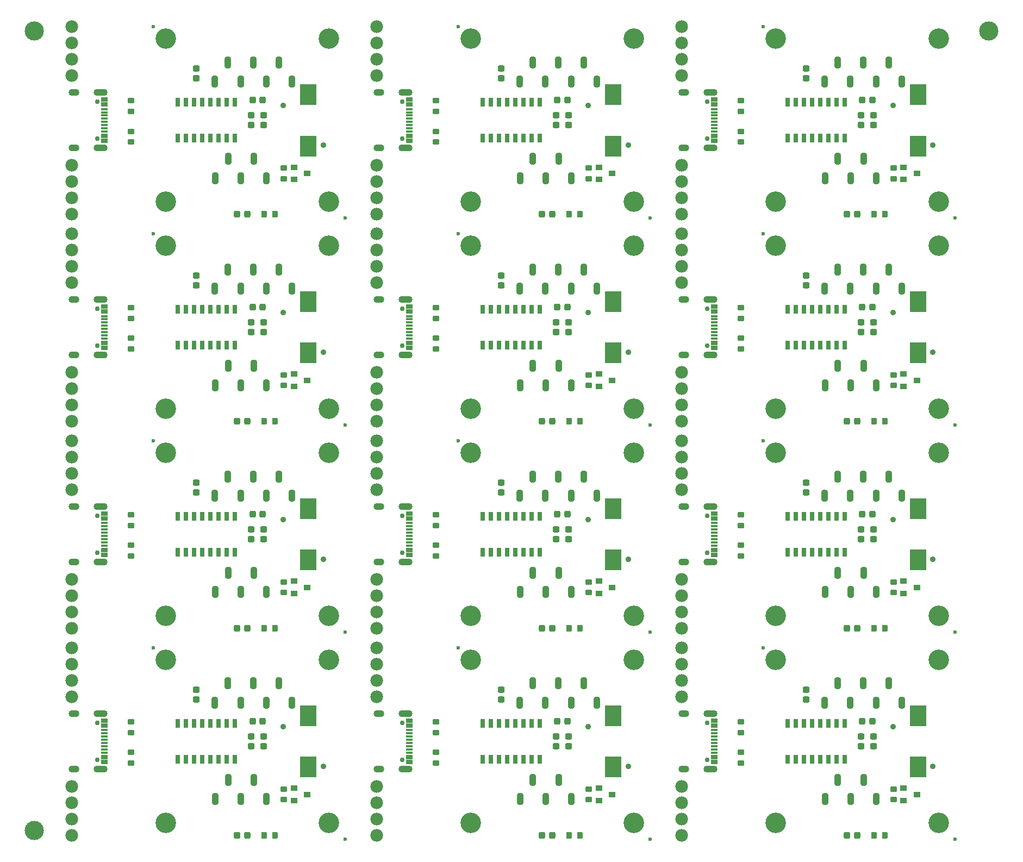
<source format=gts>
%TF.GenerationSoftware,KiCad,Pcbnew,8.0.7*%
%TF.CreationDate,2025-01-21T14:59:33-07:00*%
%TF.ProjectId,SparkFun_USB_RFID_Reader_panelized,53706172-6b46-4756-9e5f-5553425f5246,rev?*%
%TF.SameCoordinates,Original*%
%TF.FileFunction,Soldermask,Top*%
%TF.FilePolarity,Negative*%
%FSLAX46Y46*%
G04 Gerber Fmt 4.6, Leading zero omitted, Abs format (unit mm)*
G04 Created by KiCad (PCBNEW 8.0.7) date 2025-01-21 14:59:33*
%MOMM*%
%LPD*%
G01*
G04 APERTURE LIST*
G04 Aperture macros list*
%AMRoundRect*
0 Rectangle with rounded corners*
0 $1 Rounding radius*
0 $2 $3 $4 $5 $6 $7 $8 $9 X,Y pos of 4 corners*
0 Add a 4 corners polygon primitive as box body*
4,1,4,$2,$3,$4,$5,$6,$7,$8,$9,$2,$3,0*
0 Add four circle primitives for the rounded corners*
1,1,$1+$1,$2,$3*
1,1,$1+$1,$4,$5*
1,1,$1+$1,$6,$7*
1,1,$1+$1,$8,$9*
0 Add four rect primitives between the rounded corners*
20,1,$1+$1,$2,$3,$4,$5,0*
20,1,$1+$1,$4,$5,$6,$7,0*
20,1,$1+$1,$6,$7,$8,$9,0*
20,1,$1+$1,$8,$9,$2,$3,0*%
G04 Aperture macros list end*
%ADD10C,3.000000*%
%ADD11C,0.750000*%
%ADD12RoundRect,0.050000X0.500000X-0.150000X0.500000X0.150000X-0.500000X0.150000X-0.500000X-0.150000X0*%
%ADD13RoundRect,0.050000X-0.500000X0.150000X-0.500000X-0.150000X0.500000X-0.150000X0.500000X0.150000X0*%
%ADD14RoundRect,0.050000X0.500000X-0.300000X0.500000X0.300000X-0.500000X0.300000X-0.500000X-0.300000X0*%
%ADD15RoundRect,0.050000X-0.500000X0.300000X-0.500000X-0.300000X0.500000X-0.300000X0.500000X0.300000X0*%
%ADD16O,1.700000X1.100000*%
%ADD17O,2.200000X1.100000*%
%ADD18RoundRect,0.250000X0.275000X-0.250000X0.275000X0.250000X-0.275000X0.250000X-0.275000X-0.250000X0*%
%ADD19RoundRect,0.237500X-0.237500X-0.662500X0.237500X-0.662500X0.237500X0.662500X-0.237500X0.662500X0*%
%ADD20RoundRect,0.225000X-0.300000X0.225000X-0.300000X-0.225000X0.300000X-0.225000X0.300000X0.225000X0*%
%ADD21RoundRect,0.050000X0.300000X0.600000X-0.300000X0.600000X-0.300000X-0.600000X0.300000X-0.600000X0*%
%ADD22RoundRect,0.250000X-0.275000X0.250000X-0.275000X-0.250000X0.275000X-0.250000X0.275000X0.250000X0*%
%ADD23RoundRect,0.243750X0.243750X0.281250X-0.243750X0.281250X-0.243750X-0.281250X0.243750X-0.281250X0*%
%ADD24C,3.200000*%
%ADD25RoundRect,0.050000X-0.450000X0.400000X-0.450000X-0.400000X0.450000X-0.400000X0.450000X0.400000X0*%
%ADD26C,0.900000*%
%ADD27RoundRect,0.050000X1.250000X-1.600000X1.250000X1.600000X-1.250000X1.600000X-1.250000X-1.600000X0*%
%ADD28RoundRect,0.225000X0.225000X0.300000X-0.225000X0.300000X-0.225000X-0.300000X0.225000X-0.300000X0*%
%ADD29C,0.600000*%
%ADD30RoundRect,0.250000X0.250000X0.275000X-0.250000X0.275000X-0.250000X-0.275000X0.250000X-0.275000X0*%
%ADD31RoundRect,0.225000X0.300000X-0.225000X0.300000X0.225000X-0.300000X0.225000X-0.300000X-0.225000X0*%
%ADD32C,1.979600*%
G04 APERTURE END LIST*
D10*
%TO.C,*%
X144082500Y126525000D03*
%TD*%
%TO.C,*%
X-4652500Y126525000D03*
%TD*%
%TO.C,*%
X-4652500Y1975000D03*
%TD*%
D11*
%TO.C,J1*%
X100198750Y115515000D03*
X100198750Y109735000D03*
D12*
X101303750Y113875000D03*
X101303750Y112875000D03*
D13*
X101303750Y112375000D03*
X101303750Y111375000D03*
X101303750Y110875000D03*
X101303750Y111875000D03*
D12*
X101303750Y113375000D03*
X101303750Y114375000D03*
D14*
X101303750Y115850000D03*
D15*
X101303750Y109400000D03*
D16*
X96548750Y116943000D03*
D17*
X100728750Y116943000D03*
X100728750Y108307000D03*
D16*
X96548750Y108307000D03*
D14*
X101303750Y115075000D03*
D15*
X101303750Y110175000D03*
%TD*%
D11*
%TO.C,J1*%
X100198750Y83265000D03*
X100198750Y77485000D03*
D12*
X101303750Y81625000D03*
X101303750Y80625000D03*
D13*
X101303750Y80125000D03*
X101303750Y79125000D03*
X101303750Y78625000D03*
X101303750Y79625000D03*
D12*
X101303750Y81125000D03*
X101303750Y82125000D03*
D14*
X101303750Y83600000D03*
D15*
X101303750Y77150000D03*
D16*
X96548750Y84693000D03*
D17*
X100728750Y84693000D03*
X100728750Y76057000D03*
D16*
X96548750Y76057000D03*
D14*
X101303750Y82825000D03*
D15*
X101303750Y77925000D03*
%TD*%
D11*
%TO.C,J1*%
X100198750Y51015000D03*
X100198750Y45235000D03*
D12*
X101303750Y49375000D03*
X101303750Y48375000D03*
D13*
X101303750Y47875000D03*
X101303750Y46875000D03*
X101303750Y46375000D03*
X101303750Y47375000D03*
D12*
X101303750Y48875000D03*
X101303750Y49875000D03*
D14*
X101303750Y51350000D03*
D15*
X101303750Y44900000D03*
D16*
X96548750Y52443000D03*
D17*
X100728750Y52443000D03*
X100728750Y43807000D03*
D16*
X96548750Y43807000D03*
D14*
X101303750Y50575000D03*
D15*
X101303750Y45675000D03*
%TD*%
D11*
%TO.C,J1*%
X100198750Y18765000D03*
X100198750Y12985000D03*
D12*
X101303750Y17125000D03*
X101303750Y16125000D03*
D13*
X101303750Y15625000D03*
X101303750Y14625000D03*
X101303750Y14125000D03*
X101303750Y15125000D03*
D12*
X101303750Y16625000D03*
X101303750Y17625000D03*
D14*
X101303750Y19100000D03*
D15*
X101303750Y12650000D03*
D16*
X96548750Y20193000D03*
D17*
X100728750Y20193000D03*
X100728750Y11557000D03*
D16*
X96548750Y11557000D03*
D14*
X101303750Y18325000D03*
D15*
X101303750Y13425000D03*
%TD*%
D11*
%TO.C,J1*%
X52708750Y115515000D03*
X52708750Y109735000D03*
D12*
X53813750Y113875000D03*
X53813750Y112875000D03*
D13*
X53813750Y112375000D03*
X53813750Y111375000D03*
X53813750Y110875000D03*
X53813750Y111875000D03*
D12*
X53813750Y113375000D03*
X53813750Y114375000D03*
D14*
X53813750Y115850000D03*
D15*
X53813750Y109400000D03*
D16*
X49058750Y116943000D03*
D17*
X53238750Y116943000D03*
X53238750Y108307000D03*
D16*
X49058750Y108307000D03*
D14*
X53813750Y115075000D03*
D15*
X53813750Y110175000D03*
%TD*%
D11*
%TO.C,J1*%
X52708750Y83265000D03*
X52708750Y77485000D03*
D12*
X53813750Y81625000D03*
X53813750Y80625000D03*
D13*
X53813750Y80125000D03*
X53813750Y79125000D03*
X53813750Y78625000D03*
X53813750Y79625000D03*
D12*
X53813750Y81125000D03*
X53813750Y82125000D03*
D14*
X53813750Y83600000D03*
D15*
X53813750Y77150000D03*
D16*
X49058750Y84693000D03*
D17*
X53238750Y84693000D03*
X53238750Y76057000D03*
D16*
X49058750Y76057000D03*
D14*
X53813750Y82825000D03*
D15*
X53813750Y77925000D03*
%TD*%
D11*
%TO.C,J1*%
X52708750Y51015000D03*
X52708750Y45235000D03*
D12*
X53813750Y49375000D03*
X53813750Y48375000D03*
D13*
X53813750Y47875000D03*
X53813750Y46875000D03*
X53813750Y46375000D03*
X53813750Y47375000D03*
D12*
X53813750Y48875000D03*
X53813750Y49875000D03*
D14*
X53813750Y51350000D03*
D15*
X53813750Y44900000D03*
D16*
X49058750Y52443000D03*
D17*
X53238750Y52443000D03*
X53238750Y43807000D03*
D16*
X49058750Y43807000D03*
D14*
X53813750Y50575000D03*
D15*
X53813750Y45675000D03*
%TD*%
D11*
%TO.C,J1*%
X52708750Y18765000D03*
X52708750Y12985000D03*
D12*
X53813750Y17125000D03*
X53813750Y16125000D03*
D13*
X53813750Y15625000D03*
X53813750Y14625000D03*
X53813750Y14125000D03*
X53813750Y15125000D03*
D12*
X53813750Y16625000D03*
X53813750Y17625000D03*
D14*
X53813750Y19100000D03*
D15*
X53813750Y12650000D03*
D16*
X49058750Y20193000D03*
D17*
X53238750Y20193000D03*
X53238750Y11557000D03*
D16*
X49058750Y11557000D03*
D14*
X53813750Y18325000D03*
D15*
X53813750Y13425000D03*
%TD*%
D11*
%TO.C,J1*%
X5218750Y115515000D03*
X5218750Y109735000D03*
D12*
X6323750Y113875000D03*
X6323750Y112875000D03*
D13*
X6323750Y112375000D03*
X6323750Y111375000D03*
X6323750Y110875000D03*
X6323750Y111875000D03*
D12*
X6323750Y113375000D03*
X6323750Y114375000D03*
D14*
X6323750Y115850000D03*
D15*
X6323750Y109400000D03*
D16*
X1568750Y116943000D03*
D17*
X5748750Y116943000D03*
X5748750Y108307000D03*
D16*
X1568750Y108307000D03*
D14*
X6323750Y115075000D03*
D15*
X6323750Y110175000D03*
%TD*%
D11*
%TO.C,J1*%
X5218750Y83265000D03*
X5218750Y77485000D03*
D12*
X6323750Y81625000D03*
X6323750Y80625000D03*
D13*
X6323750Y80125000D03*
X6323750Y79125000D03*
X6323750Y78625000D03*
X6323750Y79625000D03*
D12*
X6323750Y81125000D03*
X6323750Y82125000D03*
D14*
X6323750Y83600000D03*
D15*
X6323750Y77150000D03*
D16*
X1568750Y84693000D03*
D17*
X5748750Y84693000D03*
X5748750Y76057000D03*
D16*
X1568750Y76057000D03*
D14*
X6323750Y82825000D03*
D15*
X6323750Y77925000D03*
%TD*%
D11*
%TO.C,J1*%
X5218750Y51015000D03*
X5218750Y45235000D03*
D12*
X6323750Y49375000D03*
X6323750Y48375000D03*
D13*
X6323750Y47875000D03*
X6323750Y46875000D03*
X6323750Y46375000D03*
X6323750Y47375000D03*
D12*
X6323750Y48875000D03*
X6323750Y49875000D03*
D14*
X6323750Y51350000D03*
D15*
X6323750Y44900000D03*
D16*
X1568750Y52443000D03*
D17*
X5748750Y52443000D03*
X5748750Y43807000D03*
D16*
X1568750Y43807000D03*
D14*
X6323750Y50575000D03*
D15*
X6323750Y45675000D03*
%TD*%
D18*
%TO.C,C1*%
X115617500Y119152500D03*
X115617500Y120702500D03*
%TD*%
%TO.C,C1*%
X115617500Y86902500D03*
X115617500Y88452500D03*
%TD*%
%TO.C,C1*%
X115617500Y54652500D03*
X115617500Y56202500D03*
%TD*%
%TO.C,C1*%
X115617500Y22402500D03*
X115617500Y23952500D03*
%TD*%
%TO.C,C1*%
X68127500Y119152500D03*
X68127500Y120702500D03*
%TD*%
%TO.C,C1*%
X68127500Y86902500D03*
X68127500Y88452500D03*
%TD*%
%TO.C,C1*%
X68127500Y54652500D03*
X68127500Y56202500D03*
%TD*%
%TO.C,C1*%
X68127500Y22402500D03*
X68127500Y23952500D03*
%TD*%
%TO.C,C1*%
X20637500Y119152500D03*
X20637500Y120702500D03*
%TD*%
%TO.C,C1*%
X20637500Y86902500D03*
X20637500Y88452500D03*
%TD*%
%TO.C,C1*%
X20637500Y54652500D03*
X20637500Y56202500D03*
%TD*%
D19*
%TO.C,J3*%
X126558320Y103622460D03*
X124558320Y106622460D03*
X122558320Y103622460D03*
X120558320Y106622460D03*
X118558320Y103622460D03*
%TD*%
%TO.C,J3*%
X126558320Y71372460D03*
X124558320Y74372460D03*
X122558320Y71372460D03*
X120558320Y74372460D03*
X118558320Y71372460D03*
%TD*%
%TO.C,J3*%
X126558320Y39122460D03*
X124558320Y42122460D03*
X122558320Y39122460D03*
X120558320Y42122460D03*
X118558320Y39122460D03*
%TD*%
%TO.C,J3*%
X126558320Y6872460D03*
X124558320Y9872460D03*
X122558320Y6872460D03*
X120558320Y9872460D03*
X118558320Y6872460D03*
%TD*%
%TO.C,J3*%
X79068320Y103622460D03*
X77068320Y106622460D03*
X75068320Y103622460D03*
X73068320Y106622460D03*
X71068320Y103622460D03*
%TD*%
%TO.C,J3*%
X79068320Y71372460D03*
X77068320Y74372460D03*
X75068320Y71372460D03*
X73068320Y74372460D03*
X71068320Y71372460D03*
%TD*%
%TO.C,J3*%
X79068320Y39122460D03*
X77068320Y42122460D03*
X75068320Y39122460D03*
X73068320Y42122460D03*
X71068320Y39122460D03*
%TD*%
%TO.C,J3*%
X79068320Y6872460D03*
X77068320Y9872460D03*
X75068320Y6872460D03*
X73068320Y9872460D03*
X71068320Y6872460D03*
%TD*%
%TO.C,J3*%
X31578320Y103622460D03*
X29578320Y106622460D03*
X27578320Y103622460D03*
X25578320Y106622460D03*
X23578320Y103622460D03*
%TD*%
%TO.C,J3*%
X31578320Y71372460D03*
X29578320Y74372460D03*
X27578320Y71372460D03*
X25578320Y74372460D03*
X23578320Y71372460D03*
%TD*%
%TO.C,J3*%
X31578320Y39122460D03*
X29578320Y42122460D03*
X27578320Y39122460D03*
X25578320Y42122460D03*
X23578320Y39122460D03*
%TD*%
D20*
%TO.C,R1*%
X105457500Y115672500D03*
X105457500Y114022500D03*
%TD*%
%TO.C,R1*%
X105457500Y83422500D03*
X105457500Y81772500D03*
%TD*%
%TO.C,R1*%
X105457500Y51172500D03*
X105457500Y49522500D03*
%TD*%
%TO.C,R1*%
X105457500Y18922500D03*
X105457500Y17272500D03*
%TD*%
%TO.C,R1*%
X57967500Y115672500D03*
X57967500Y114022500D03*
%TD*%
%TO.C,R1*%
X57967500Y83422500D03*
X57967500Y81772500D03*
%TD*%
%TO.C,R1*%
X57967500Y51172500D03*
X57967500Y49522500D03*
%TD*%
%TO.C,R1*%
X57967500Y18922500D03*
X57967500Y17272500D03*
%TD*%
%TO.C,R1*%
X10477500Y115672500D03*
X10477500Y114022500D03*
%TD*%
%TO.C,R1*%
X10477500Y83422500D03*
X10477500Y81772500D03*
%TD*%
%TO.C,R1*%
X10477500Y51172500D03*
X10477500Y49522500D03*
%TD*%
D21*
%TO.C,U3*%
X121650000Y115425000D03*
X120380000Y115425000D03*
X119110000Y115425000D03*
X117840000Y115425000D03*
X116570000Y115425000D03*
X115300000Y115425000D03*
X114030000Y115425000D03*
X112760000Y115425000D03*
X112760000Y109825000D03*
X114030000Y109825000D03*
X115300000Y109825000D03*
X116570000Y109825000D03*
X117840000Y109825000D03*
X119110000Y109825000D03*
X120380000Y109825000D03*
X121650000Y109825000D03*
%TD*%
%TO.C,U3*%
X121650000Y83175000D03*
X120380000Y83175000D03*
X119110000Y83175000D03*
X117840000Y83175000D03*
X116570000Y83175000D03*
X115300000Y83175000D03*
X114030000Y83175000D03*
X112760000Y83175000D03*
X112760000Y77575000D03*
X114030000Y77575000D03*
X115300000Y77575000D03*
X116570000Y77575000D03*
X117840000Y77575000D03*
X119110000Y77575000D03*
X120380000Y77575000D03*
X121650000Y77575000D03*
%TD*%
%TO.C,U3*%
X121650000Y50925000D03*
X120380000Y50925000D03*
X119110000Y50925000D03*
X117840000Y50925000D03*
X116570000Y50925000D03*
X115300000Y50925000D03*
X114030000Y50925000D03*
X112760000Y50925000D03*
X112760000Y45325000D03*
X114030000Y45325000D03*
X115300000Y45325000D03*
X116570000Y45325000D03*
X117840000Y45325000D03*
X119110000Y45325000D03*
X120380000Y45325000D03*
X121650000Y45325000D03*
%TD*%
%TO.C,U3*%
X121650000Y18675000D03*
X120380000Y18675000D03*
X119110000Y18675000D03*
X117840000Y18675000D03*
X116570000Y18675000D03*
X115300000Y18675000D03*
X114030000Y18675000D03*
X112760000Y18675000D03*
X112760000Y13075000D03*
X114030000Y13075000D03*
X115300000Y13075000D03*
X116570000Y13075000D03*
X117840000Y13075000D03*
X119110000Y13075000D03*
X120380000Y13075000D03*
X121650000Y13075000D03*
%TD*%
%TO.C,U3*%
X74160000Y115425000D03*
X72890000Y115425000D03*
X71620000Y115425000D03*
X70350000Y115425000D03*
X69080000Y115425000D03*
X67810000Y115425000D03*
X66540000Y115425000D03*
X65270000Y115425000D03*
X65270000Y109825000D03*
X66540000Y109825000D03*
X67810000Y109825000D03*
X69080000Y109825000D03*
X70350000Y109825000D03*
X71620000Y109825000D03*
X72890000Y109825000D03*
X74160000Y109825000D03*
%TD*%
%TO.C,U3*%
X74160000Y83175000D03*
X72890000Y83175000D03*
X71620000Y83175000D03*
X70350000Y83175000D03*
X69080000Y83175000D03*
X67810000Y83175000D03*
X66540000Y83175000D03*
X65270000Y83175000D03*
X65270000Y77575000D03*
X66540000Y77575000D03*
X67810000Y77575000D03*
X69080000Y77575000D03*
X70350000Y77575000D03*
X71620000Y77575000D03*
X72890000Y77575000D03*
X74160000Y77575000D03*
%TD*%
%TO.C,U3*%
X74160000Y50925000D03*
X72890000Y50925000D03*
X71620000Y50925000D03*
X70350000Y50925000D03*
X69080000Y50925000D03*
X67810000Y50925000D03*
X66540000Y50925000D03*
X65270000Y50925000D03*
X65270000Y45325000D03*
X66540000Y45325000D03*
X67810000Y45325000D03*
X69080000Y45325000D03*
X70350000Y45325000D03*
X71620000Y45325000D03*
X72890000Y45325000D03*
X74160000Y45325000D03*
%TD*%
%TO.C,U3*%
X74160000Y18675000D03*
X72890000Y18675000D03*
X71620000Y18675000D03*
X70350000Y18675000D03*
X69080000Y18675000D03*
X67810000Y18675000D03*
X66540000Y18675000D03*
X65270000Y18675000D03*
X65270000Y13075000D03*
X66540000Y13075000D03*
X67810000Y13075000D03*
X69080000Y13075000D03*
X70350000Y13075000D03*
X71620000Y13075000D03*
X72890000Y13075000D03*
X74160000Y13075000D03*
%TD*%
%TO.C,U3*%
X26670000Y115425000D03*
X25400000Y115425000D03*
X24130000Y115425000D03*
X22860000Y115425000D03*
X21590000Y115425000D03*
X20320000Y115425000D03*
X19050000Y115425000D03*
X17780000Y115425000D03*
X17780000Y109825000D03*
X19050000Y109825000D03*
X20320000Y109825000D03*
X21590000Y109825000D03*
X22860000Y109825000D03*
X24130000Y109825000D03*
X25400000Y109825000D03*
X26670000Y109825000D03*
%TD*%
%TO.C,U3*%
X26670000Y83175000D03*
X25400000Y83175000D03*
X24130000Y83175000D03*
X22860000Y83175000D03*
X21590000Y83175000D03*
X20320000Y83175000D03*
X19050000Y83175000D03*
X17780000Y83175000D03*
X17780000Y77575000D03*
X19050000Y77575000D03*
X20320000Y77575000D03*
X21590000Y77575000D03*
X22860000Y77575000D03*
X24130000Y77575000D03*
X25400000Y77575000D03*
X26670000Y77575000D03*
%TD*%
%TO.C,U3*%
X26670000Y50925000D03*
X25400000Y50925000D03*
X24130000Y50925000D03*
X22860000Y50925000D03*
X21590000Y50925000D03*
X20320000Y50925000D03*
X19050000Y50925000D03*
X17780000Y50925000D03*
X17780000Y45325000D03*
X19050000Y45325000D03*
X20320000Y45325000D03*
X21590000Y45325000D03*
X22860000Y45325000D03*
X24130000Y45325000D03*
X25400000Y45325000D03*
X26670000Y45325000D03*
%TD*%
D22*
%TO.C,C4*%
X124190000Y111850000D03*
X124190000Y113400000D03*
%TD*%
%TO.C,C4*%
X124190000Y79600000D03*
X124190000Y81150000D03*
%TD*%
%TO.C,C4*%
X124190000Y47350000D03*
X124190000Y48900000D03*
%TD*%
%TO.C,C4*%
X124190000Y15100000D03*
X124190000Y16650000D03*
%TD*%
%TO.C,C4*%
X76700000Y111850000D03*
X76700000Y113400000D03*
%TD*%
%TO.C,C4*%
X76700000Y79600000D03*
X76700000Y81150000D03*
%TD*%
%TO.C,C4*%
X76700000Y47350000D03*
X76700000Y48900000D03*
%TD*%
%TO.C,C4*%
X76700000Y15100000D03*
X76700000Y16650000D03*
%TD*%
%TO.C,C4*%
X29210000Y111850000D03*
X29210000Y113400000D03*
%TD*%
%TO.C,C4*%
X29210000Y79600000D03*
X29210000Y81150000D03*
%TD*%
%TO.C,C4*%
X29210000Y47350000D03*
X29210000Y48900000D03*
%TD*%
D23*
%TO.C,D1*%
X123554999Y98020000D03*
X121979999Y98020000D03*
%TD*%
%TO.C,D1*%
X123554999Y65770000D03*
X121979999Y65770000D03*
%TD*%
%TO.C,D1*%
X123554999Y33520000D03*
X121979999Y33520000D03*
%TD*%
%TO.C,D1*%
X123554999Y1270000D03*
X121979999Y1270000D03*
%TD*%
%TO.C,D1*%
X76064999Y98020000D03*
X74489999Y98020000D03*
%TD*%
%TO.C,D1*%
X76064999Y65770000D03*
X74489999Y65770000D03*
%TD*%
%TO.C,D1*%
X76064999Y33520000D03*
X74489999Y33520000D03*
%TD*%
%TO.C,D1*%
X76064999Y1270000D03*
X74489999Y1270000D03*
%TD*%
%TO.C,D1*%
X28574999Y98020000D03*
X26999999Y98020000D03*
%TD*%
%TO.C,D1*%
X28574999Y65770000D03*
X26999999Y65770000D03*
%TD*%
%TO.C,D1*%
X28574999Y33520000D03*
X26999999Y33520000D03*
%TD*%
D24*
%TO.C,ST4*%
X110855000Y99925000D03*
%TD*%
%TO.C,ST4*%
X110855000Y67675000D03*
%TD*%
%TO.C,ST4*%
X110855000Y35425000D03*
%TD*%
%TO.C,ST4*%
X110855000Y3175000D03*
%TD*%
%TO.C,ST4*%
X63365000Y99925000D03*
%TD*%
%TO.C,ST4*%
X63365000Y67675000D03*
%TD*%
%TO.C,ST4*%
X63365000Y35425000D03*
%TD*%
%TO.C,ST4*%
X63365000Y3175000D03*
%TD*%
%TO.C,ST4*%
X15875000Y99925000D03*
%TD*%
%TO.C,ST4*%
X15875000Y67675000D03*
%TD*%
%TO.C,ST4*%
X15875000Y35425000D03*
%TD*%
D25*
%TO.C,Q1*%
X130810000Y105320000D03*
X130810000Y103420000D03*
X132910000Y104370000D03*
%TD*%
%TO.C,Q1*%
X130810000Y73070000D03*
X130810000Y71170000D03*
X132910000Y72120000D03*
%TD*%
%TO.C,Q1*%
X130810000Y40820000D03*
X130810000Y38920000D03*
X132910000Y39870000D03*
%TD*%
%TO.C,Q1*%
X130810000Y8570000D03*
X130810000Y6670000D03*
X132910000Y7620000D03*
%TD*%
%TO.C,Q1*%
X83320000Y105320000D03*
X83320000Y103420000D03*
X85420000Y104370000D03*
%TD*%
%TO.C,Q1*%
X83320000Y73070000D03*
X83320000Y71170000D03*
X85420000Y72120000D03*
%TD*%
%TO.C,Q1*%
X83320000Y40820000D03*
X83320000Y38920000D03*
X85420000Y39870000D03*
%TD*%
%TO.C,Q1*%
X83320000Y8570000D03*
X83320000Y6670000D03*
X85420000Y7620000D03*
%TD*%
%TO.C,Q1*%
X35830000Y105320000D03*
X35830000Y103420000D03*
X37930000Y104370000D03*
%TD*%
%TO.C,Q1*%
X35830000Y73070000D03*
X35830000Y71170000D03*
X37930000Y72120000D03*
%TD*%
%TO.C,Q1*%
X35830000Y40820000D03*
X35830000Y38920000D03*
X37930000Y39870000D03*
%TD*%
D26*
%TO.C,BZ1*%
X135380000Y108725000D03*
X129180000Y114925000D03*
D27*
X133080000Y116625000D03*
X133080000Y108625000D03*
%TD*%
D26*
%TO.C,BZ1*%
X135380000Y76475000D03*
X129180000Y82675000D03*
D27*
X133080000Y84375000D03*
X133080000Y76375000D03*
%TD*%
D26*
%TO.C,BZ1*%
X135380000Y44225000D03*
X129180000Y50425000D03*
D27*
X133080000Y52125000D03*
X133080000Y44125000D03*
%TD*%
D26*
%TO.C,BZ1*%
X135380000Y11975000D03*
X129180000Y18175000D03*
D27*
X133080000Y19875000D03*
X133080000Y11875000D03*
%TD*%
D26*
%TO.C,BZ1*%
X87890000Y108725000D03*
X81690000Y114925000D03*
D27*
X85590000Y116625000D03*
X85590000Y108625000D03*
%TD*%
D26*
%TO.C,BZ1*%
X87890000Y76475000D03*
X81690000Y82675000D03*
D27*
X85590000Y84375000D03*
X85590000Y76375000D03*
%TD*%
D26*
%TO.C,BZ1*%
X87890000Y44225000D03*
X81690000Y50425000D03*
D27*
X85590000Y52125000D03*
X85590000Y44125000D03*
%TD*%
D26*
%TO.C,BZ1*%
X87890000Y11975000D03*
X81690000Y18175000D03*
D27*
X85590000Y19875000D03*
X85590000Y11875000D03*
%TD*%
D26*
%TO.C,BZ1*%
X40400000Y108725000D03*
X34200000Y114925000D03*
D27*
X38100000Y116625000D03*
X38100000Y108625000D03*
%TD*%
D26*
%TO.C,BZ1*%
X40400000Y76475000D03*
X34200000Y82675000D03*
D27*
X38100000Y84375000D03*
X38100000Y76375000D03*
%TD*%
D26*
%TO.C,BZ1*%
X40400000Y44225000D03*
X34200000Y50425000D03*
D27*
X38100000Y52125000D03*
X38100000Y44125000D03*
%TD*%
D19*
%TO.C,J2*%
X130505000Y118645000D03*
X128505000Y121645000D03*
X126505000Y118645000D03*
X124505000Y121645000D03*
X122505000Y118645000D03*
X120505000Y121645000D03*
X118505000Y118645000D03*
%TD*%
%TO.C,J2*%
X130505000Y86395000D03*
X128505000Y89395000D03*
X126505000Y86395000D03*
X124505000Y89395000D03*
X122505000Y86395000D03*
X120505000Y89395000D03*
X118505000Y86395000D03*
%TD*%
%TO.C,J2*%
X130505000Y54145000D03*
X128505000Y57145000D03*
X126505000Y54145000D03*
X124505000Y57145000D03*
X122505000Y54145000D03*
X120505000Y57145000D03*
X118505000Y54145000D03*
%TD*%
%TO.C,J2*%
X130505000Y21895000D03*
X128505000Y24895000D03*
X126505000Y21895000D03*
X124505000Y24895000D03*
X122505000Y21895000D03*
X120505000Y24895000D03*
X118505000Y21895000D03*
%TD*%
%TO.C,J2*%
X83015000Y118645000D03*
X81015000Y121645000D03*
X79015000Y118645000D03*
X77015000Y121645000D03*
X75015000Y118645000D03*
X73015000Y121645000D03*
X71015000Y118645000D03*
%TD*%
%TO.C,J2*%
X83015000Y86395000D03*
X81015000Y89395000D03*
X79015000Y86395000D03*
X77015000Y89395000D03*
X75015000Y86395000D03*
X73015000Y89395000D03*
X71015000Y86395000D03*
%TD*%
%TO.C,J2*%
X83015000Y54145000D03*
X81015000Y57145000D03*
X79015000Y54145000D03*
X77015000Y57145000D03*
X75015000Y54145000D03*
X73015000Y57145000D03*
X71015000Y54145000D03*
%TD*%
%TO.C,J2*%
X83015000Y21895000D03*
X81015000Y24895000D03*
X79015000Y21895000D03*
X77015000Y24895000D03*
X75015000Y21895000D03*
X73015000Y24895000D03*
X71015000Y21895000D03*
%TD*%
%TO.C,J2*%
X35525000Y118645000D03*
X33525000Y121645000D03*
X31525000Y118645000D03*
X29525000Y121645000D03*
X27525000Y118645000D03*
X25525000Y121645000D03*
X23525000Y118645000D03*
%TD*%
%TO.C,J2*%
X35525000Y86395000D03*
X33525000Y89395000D03*
X31525000Y86395000D03*
X29525000Y89395000D03*
X27525000Y86395000D03*
X25525000Y89395000D03*
X23525000Y86395000D03*
%TD*%
%TO.C,J2*%
X35525000Y54145000D03*
X33525000Y57145000D03*
X31525000Y54145000D03*
X29525000Y57145000D03*
X27525000Y54145000D03*
X25525000Y57145000D03*
X23525000Y54145000D03*
%TD*%
D28*
%TO.C,R3*%
X127872500Y98020000D03*
X126222500Y98020000D03*
%TD*%
%TO.C,R3*%
X127872500Y65770000D03*
X126222500Y65770000D03*
%TD*%
%TO.C,R3*%
X127872500Y33520000D03*
X126222500Y33520000D03*
%TD*%
%TO.C,R3*%
X127872500Y1270000D03*
X126222500Y1270000D03*
%TD*%
%TO.C,R3*%
X80382500Y98020000D03*
X78732500Y98020000D03*
%TD*%
%TO.C,R3*%
X80382500Y65770000D03*
X78732500Y65770000D03*
%TD*%
%TO.C,R3*%
X80382500Y33520000D03*
X78732500Y33520000D03*
%TD*%
%TO.C,R3*%
X80382500Y1270000D03*
X78732500Y1270000D03*
%TD*%
%TO.C,R3*%
X32892500Y98020000D03*
X31242500Y98020000D03*
%TD*%
%TO.C,R3*%
X32892500Y65770000D03*
X31242500Y65770000D03*
%TD*%
%TO.C,R3*%
X32892500Y33520000D03*
X31242500Y33520000D03*
%TD*%
D24*
%TO.C,ST3*%
X110855000Y125325000D03*
%TD*%
%TO.C,ST3*%
X110855000Y93075000D03*
%TD*%
%TO.C,ST3*%
X110855000Y60825000D03*
%TD*%
%TO.C,ST3*%
X110855000Y28575000D03*
%TD*%
%TO.C,ST3*%
X63365000Y125325000D03*
%TD*%
%TO.C,ST3*%
X63365000Y93075000D03*
%TD*%
%TO.C,ST3*%
X63365000Y60825000D03*
%TD*%
%TO.C,ST3*%
X63365000Y28575000D03*
%TD*%
%TO.C,ST3*%
X15875000Y125325000D03*
%TD*%
%TO.C,ST3*%
X15875000Y93075000D03*
%TD*%
%TO.C,ST3*%
X15875000Y60825000D03*
%TD*%
%TO.C,ST1*%
X136255000Y99925000D03*
%TD*%
%TO.C,ST1*%
X136255000Y67675000D03*
%TD*%
%TO.C,ST1*%
X136255000Y35425000D03*
%TD*%
%TO.C,ST1*%
X136255000Y3175000D03*
%TD*%
%TO.C,ST1*%
X88765000Y99925000D03*
%TD*%
%TO.C,ST1*%
X88765000Y67675000D03*
%TD*%
%TO.C,ST1*%
X88765000Y35425000D03*
%TD*%
%TO.C,ST1*%
X88765000Y3175000D03*
%TD*%
%TO.C,ST1*%
X41275000Y99925000D03*
%TD*%
%TO.C,ST1*%
X41275000Y67675000D03*
%TD*%
%TO.C,ST1*%
X41275000Y35425000D03*
%TD*%
D20*
%TO.C,R4*%
X129270000Y105195000D03*
X129270000Y103545000D03*
%TD*%
%TO.C,R4*%
X129270000Y72945000D03*
X129270000Y71295000D03*
%TD*%
%TO.C,R4*%
X129270000Y40695000D03*
X129270000Y39045000D03*
%TD*%
%TO.C,R4*%
X129270000Y8445000D03*
X129270000Y6795000D03*
%TD*%
%TO.C,R4*%
X81780000Y105195000D03*
X81780000Y103545000D03*
%TD*%
%TO.C,R4*%
X81780000Y72945000D03*
X81780000Y71295000D03*
%TD*%
%TO.C,R4*%
X81780000Y40695000D03*
X81780000Y39045000D03*
%TD*%
%TO.C,R4*%
X81780000Y8445000D03*
X81780000Y6795000D03*
%TD*%
%TO.C,R4*%
X34290000Y105195000D03*
X34290000Y103545000D03*
%TD*%
%TO.C,R4*%
X34290000Y72945000D03*
X34290000Y71295000D03*
%TD*%
%TO.C,R4*%
X34290000Y40695000D03*
X34290000Y39045000D03*
%TD*%
D29*
%TO.C,FID4*%
X138795000Y97385000D03*
%TD*%
%TO.C,FID4*%
X138795000Y65135000D03*
%TD*%
%TO.C,FID4*%
X138795000Y32885000D03*
%TD*%
%TO.C,FID4*%
X138795000Y635000D03*
%TD*%
%TO.C,FID4*%
X91305000Y97385000D03*
%TD*%
%TO.C,FID4*%
X91305000Y65135000D03*
%TD*%
%TO.C,FID4*%
X91305000Y32885000D03*
%TD*%
%TO.C,FID4*%
X91305000Y635000D03*
%TD*%
%TO.C,FID4*%
X43815000Y97385000D03*
%TD*%
%TO.C,FID4*%
X43815000Y65135000D03*
%TD*%
%TO.C,FID4*%
X43815000Y32885000D03*
%TD*%
D24*
%TO.C,ST2*%
X136255000Y125325000D03*
%TD*%
%TO.C,ST2*%
X136255000Y93075000D03*
%TD*%
%TO.C,ST2*%
X136255000Y60825000D03*
%TD*%
%TO.C,ST2*%
X136255000Y28575000D03*
%TD*%
%TO.C,ST2*%
X88765000Y125325000D03*
%TD*%
%TO.C,ST2*%
X88765000Y93075000D03*
%TD*%
%TO.C,ST2*%
X88765000Y60825000D03*
%TD*%
%TO.C,ST2*%
X88765000Y28575000D03*
%TD*%
%TO.C,ST2*%
X41275000Y125325000D03*
%TD*%
%TO.C,ST2*%
X41275000Y93075000D03*
%TD*%
%TO.C,ST2*%
X41275000Y60825000D03*
%TD*%
D30*
%TO.C,C2*%
X125917500Y115800000D03*
X124367500Y115800000D03*
%TD*%
%TO.C,C2*%
X125917500Y83550000D03*
X124367500Y83550000D03*
%TD*%
%TO.C,C2*%
X125917500Y51300000D03*
X124367500Y51300000D03*
%TD*%
%TO.C,C2*%
X125917500Y19050000D03*
X124367500Y19050000D03*
%TD*%
%TO.C,C2*%
X78427500Y115800000D03*
X76877500Y115800000D03*
%TD*%
%TO.C,C2*%
X78427500Y83550000D03*
X76877500Y83550000D03*
%TD*%
%TO.C,C2*%
X78427500Y51300000D03*
X76877500Y51300000D03*
%TD*%
%TO.C,C2*%
X78427500Y19050000D03*
X76877500Y19050000D03*
%TD*%
%TO.C,C2*%
X30937500Y115800000D03*
X29387500Y115800000D03*
%TD*%
%TO.C,C2*%
X30937500Y83550000D03*
X29387500Y83550000D03*
%TD*%
%TO.C,C2*%
X30937500Y51300000D03*
X29387500Y51300000D03*
%TD*%
D18*
%TO.C,C3*%
X126095000Y111850000D03*
X126095000Y113400000D03*
%TD*%
%TO.C,C3*%
X126095000Y79600000D03*
X126095000Y81150000D03*
%TD*%
%TO.C,C3*%
X126095000Y47350000D03*
X126095000Y48900000D03*
%TD*%
%TO.C,C3*%
X126095000Y15100000D03*
X126095000Y16650000D03*
%TD*%
%TO.C,C3*%
X78605000Y111850000D03*
X78605000Y113400000D03*
%TD*%
%TO.C,C3*%
X78605000Y79600000D03*
X78605000Y81150000D03*
%TD*%
%TO.C,C3*%
X78605000Y47350000D03*
X78605000Y48900000D03*
%TD*%
%TO.C,C3*%
X78605000Y15100000D03*
X78605000Y16650000D03*
%TD*%
%TO.C,C3*%
X31115000Y111850000D03*
X31115000Y113400000D03*
%TD*%
%TO.C,C3*%
X31115000Y79600000D03*
X31115000Y81150000D03*
%TD*%
%TO.C,C3*%
X31115000Y47350000D03*
X31115000Y48900000D03*
%TD*%
D31*
%TO.C,R2*%
X105457500Y109260000D03*
X105457500Y110910000D03*
%TD*%
%TO.C,R2*%
X105457500Y77010000D03*
X105457500Y78660000D03*
%TD*%
%TO.C,R2*%
X105457500Y44760000D03*
X105457500Y46410000D03*
%TD*%
%TO.C,R2*%
X105457500Y12510000D03*
X105457500Y14160000D03*
%TD*%
%TO.C,R2*%
X57967500Y109260000D03*
X57967500Y110910000D03*
%TD*%
%TO.C,R2*%
X57967500Y77010000D03*
X57967500Y78660000D03*
%TD*%
%TO.C,R2*%
X57967500Y44760000D03*
X57967500Y46410000D03*
%TD*%
%TO.C,R2*%
X57967500Y12510000D03*
X57967500Y14160000D03*
%TD*%
%TO.C,R2*%
X10477500Y109260000D03*
X10477500Y110910000D03*
%TD*%
%TO.C,R2*%
X10477500Y77010000D03*
X10477500Y78660000D03*
%TD*%
%TO.C,R2*%
X10477500Y44760000D03*
X10477500Y46410000D03*
%TD*%
D29*
%TO.C,FID2*%
X108950000Y127230000D03*
%TD*%
%TO.C,FID2*%
X108950000Y94980000D03*
%TD*%
%TO.C,FID2*%
X108950000Y62730000D03*
%TD*%
%TO.C,FID2*%
X108950000Y30480000D03*
%TD*%
%TO.C,FID2*%
X61460000Y127230000D03*
%TD*%
%TO.C,FID2*%
X61460000Y94980000D03*
%TD*%
%TO.C,FID2*%
X61460000Y62730000D03*
%TD*%
%TO.C,FID2*%
X61460000Y30480000D03*
%TD*%
%TO.C,FID2*%
X13970000Y127230000D03*
%TD*%
%TO.C,FID2*%
X13970000Y94980000D03*
%TD*%
%TO.C,FID2*%
X13970000Y62730000D03*
%TD*%
D32*
%TO.C,J6*%
X96250000Y127229999D03*
X96250000Y124689999D03*
X96250000Y122149999D03*
X96250000Y119609999D03*
%TD*%
%TO.C,J6*%
X96250000Y94979999D03*
X96250000Y92439999D03*
X96250000Y89899999D03*
X96250000Y87359999D03*
%TD*%
%TO.C,J6*%
X96250000Y62729999D03*
X96250000Y60189999D03*
X96250000Y57649999D03*
X96250000Y55109999D03*
%TD*%
%TO.C,J6*%
X96250000Y30479999D03*
X96250000Y27939999D03*
X96250000Y25399999D03*
X96250000Y22859999D03*
%TD*%
%TO.C,J6*%
X48760000Y127229999D03*
X48760000Y124689999D03*
X48760000Y122149999D03*
X48760000Y119609999D03*
%TD*%
%TO.C,J6*%
X48760000Y94979999D03*
X48760000Y92439999D03*
X48760000Y89899999D03*
X48760000Y87359999D03*
%TD*%
%TO.C,J6*%
X48760000Y62729999D03*
X48760000Y60189999D03*
X48760000Y57649999D03*
X48760000Y55109999D03*
%TD*%
%TO.C,J6*%
X48760000Y30479999D03*
X48760000Y27939999D03*
X48760000Y25399999D03*
X48760000Y22859999D03*
%TD*%
%TO.C,J6*%
X1270000Y127229999D03*
X1270000Y124689999D03*
X1270000Y122149999D03*
X1270000Y119609999D03*
%TD*%
%TO.C,J6*%
X1270000Y94979999D03*
X1270000Y92439999D03*
X1270000Y89899999D03*
X1270000Y87359999D03*
%TD*%
%TO.C,J6*%
X1270000Y62729999D03*
X1270000Y60189999D03*
X1270000Y57649999D03*
X1270000Y55109999D03*
%TD*%
%TO.C,J4*%
X96250000Y98020000D03*
X96250000Y100560000D03*
X96250000Y103100000D03*
X96250000Y105640000D03*
%TD*%
%TO.C,J4*%
X96250000Y65770000D03*
X96250000Y68310000D03*
X96250000Y70850000D03*
X96250000Y73390000D03*
%TD*%
%TO.C,J4*%
X96250000Y33520000D03*
X96250000Y36060000D03*
X96250000Y38600000D03*
X96250000Y41140000D03*
%TD*%
%TO.C,J4*%
X96250000Y1270000D03*
X96250000Y3810000D03*
X96250000Y6350000D03*
X96250000Y8890000D03*
%TD*%
%TO.C,J4*%
X48760000Y98020000D03*
X48760000Y100560000D03*
X48760000Y103100000D03*
X48760000Y105640000D03*
%TD*%
%TO.C,J4*%
X48760000Y65770000D03*
X48760000Y68310000D03*
X48760000Y70850000D03*
X48760000Y73390000D03*
%TD*%
%TO.C,J4*%
X48760000Y33520000D03*
X48760000Y36060000D03*
X48760000Y38600000D03*
X48760000Y41140000D03*
%TD*%
%TO.C,J4*%
X48760000Y1270000D03*
X48760000Y3810000D03*
X48760000Y6350000D03*
X48760000Y8890000D03*
%TD*%
%TO.C,J4*%
X1270000Y98020000D03*
X1270000Y100560000D03*
X1270000Y103100000D03*
X1270000Y105640000D03*
%TD*%
%TO.C,J4*%
X1270000Y65770000D03*
X1270000Y68310000D03*
X1270000Y70850000D03*
X1270000Y73390000D03*
%TD*%
%TO.C,J4*%
X1270000Y33520000D03*
X1270000Y36060000D03*
X1270000Y38600000D03*
X1270000Y41140000D03*
%TD*%
%TO.C,J4*%
X1270000Y1270000D03*
X1270000Y3810000D03*
X1270000Y6350000D03*
X1270000Y8890000D03*
%TD*%
%TO.C,J6*%
X1270000Y30479999D03*
X1270000Y27939999D03*
X1270000Y25399999D03*
X1270000Y22859999D03*
%TD*%
D29*
%TO.C,FID2*%
X13970000Y30480000D03*
%TD*%
D31*
%TO.C,R2*%
X10477500Y12510000D03*
X10477500Y14160000D03*
%TD*%
D18*
%TO.C,C3*%
X31115000Y15100000D03*
X31115000Y16650000D03*
%TD*%
D30*
%TO.C,C2*%
X30937500Y19050000D03*
X29387500Y19050000D03*
%TD*%
D24*
%TO.C,ST2*%
X41275000Y28575000D03*
%TD*%
D29*
%TO.C,FID4*%
X43815000Y635000D03*
%TD*%
D20*
%TO.C,R4*%
X34290000Y8445000D03*
X34290000Y6795000D03*
%TD*%
D24*
%TO.C,ST1*%
X41275000Y3175000D03*
%TD*%
%TO.C,ST3*%
X15875000Y28575000D03*
%TD*%
D28*
%TO.C,R3*%
X32892500Y1270000D03*
X31242500Y1270000D03*
%TD*%
D19*
%TO.C,J2*%
X35525000Y21895000D03*
X33525000Y24895000D03*
X31525000Y21895000D03*
X29525000Y24895000D03*
X27525000Y21895000D03*
X25525000Y24895000D03*
X23525000Y21895000D03*
%TD*%
D26*
%TO.C,BZ1*%
X40400000Y11975000D03*
X34200000Y18175000D03*
D27*
X38100000Y19875000D03*
X38100000Y11875000D03*
%TD*%
D25*
%TO.C,Q1*%
X35830000Y8570000D03*
X35830000Y6670000D03*
X37930000Y7620000D03*
%TD*%
D24*
%TO.C,ST4*%
X15875000Y3175000D03*
%TD*%
D23*
%TO.C,D1*%
X28574999Y1270000D03*
X26999999Y1270000D03*
%TD*%
D22*
%TO.C,C4*%
X29210000Y15100000D03*
X29210000Y16650000D03*
%TD*%
D21*
%TO.C,U3*%
X26670000Y18675000D03*
X25400000Y18675000D03*
X24130000Y18675000D03*
X22860000Y18675000D03*
X21590000Y18675000D03*
X20320000Y18675000D03*
X19050000Y18675000D03*
X17780000Y18675000D03*
X17780000Y13075000D03*
X19050000Y13075000D03*
X20320000Y13075000D03*
X21590000Y13075000D03*
X22860000Y13075000D03*
X24130000Y13075000D03*
X25400000Y13075000D03*
X26670000Y13075000D03*
%TD*%
D20*
%TO.C,R1*%
X10477500Y18922500D03*
X10477500Y17272500D03*
%TD*%
D19*
%TO.C,J3*%
X31578320Y6872460D03*
X29578320Y9872460D03*
X27578320Y6872460D03*
X25578320Y9872460D03*
X23578320Y6872460D03*
%TD*%
D18*
%TO.C,C1*%
X20637500Y22402500D03*
X20637500Y23952500D03*
%TD*%
D11*
%TO.C,J1*%
X5218750Y18765000D03*
X5218750Y12985000D03*
D12*
X6323750Y17125000D03*
X6323750Y16125000D03*
D13*
X6323750Y15625000D03*
X6323750Y14625000D03*
X6323750Y14125000D03*
X6323750Y15125000D03*
D12*
X6323750Y16625000D03*
X6323750Y17625000D03*
D14*
X6323750Y19100000D03*
D15*
X6323750Y12650000D03*
D16*
X1568750Y20193000D03*
D17*
X5748750Y20193000D03*
X5748750Y11557000D03*
D16*
X1568750Y11557000D03*
D14*
X6323750Y18325000D03*
D15*
X6323750Y13425000D03*
%TD*%
M02*

</source>
